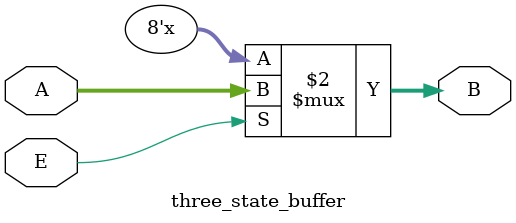
<source format=v>
`timescale 1ns / 1ps

module three_state_buffer( 
    input  [7:0] A,
    input  E,
    output [7:0] B
    );
    
    assign B = (E == 1)? A[7:0]:8'bZ; 
    
endmodule

</source>
